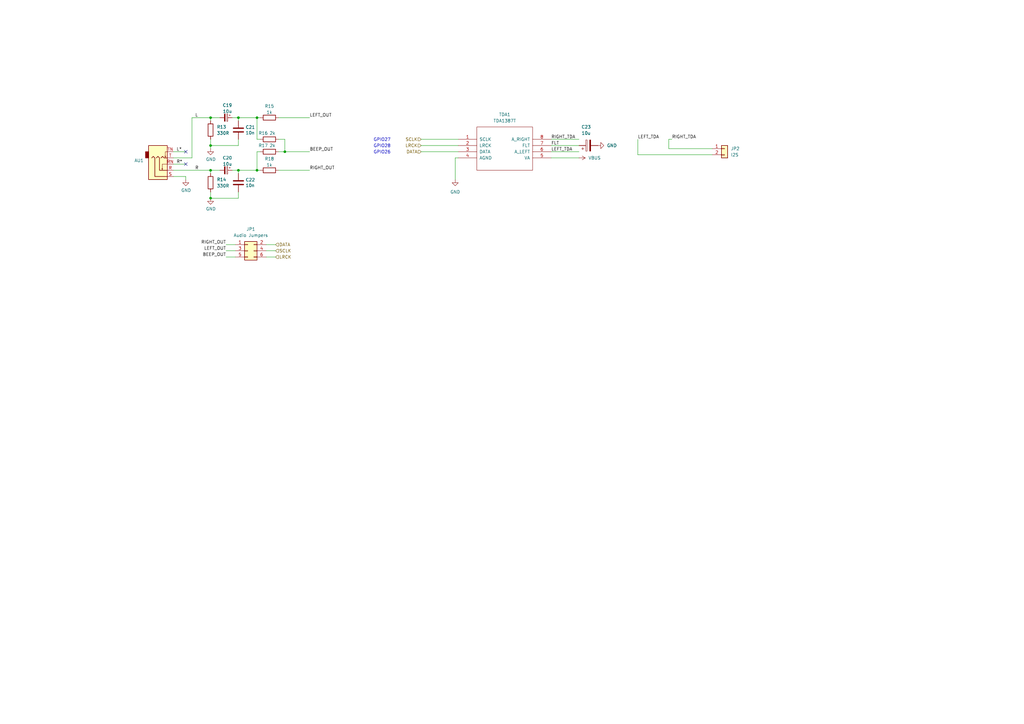
<source format=kicad_sch>
(kicad_sch (version 20231120) (generator "eeschema") (generator_version "8.0")
  (paper "A3")
  (title_block (title "CORE") (date "2024-12-16") (rev "1.0") (company "Mikhail Matveev") (comment 1 "https://github.com/xtremespb/frank2"))
  (lib_symbols
    (symbol "Connector:AudioJack3_SwitchTR"
      (property "Reference" "J" (at 0 8.89 0))
      (property "Value" "AudioJack3_SwitchTR" (at 0 6.35 0))
      (symbol "AudioJack3_SwitchTR_0_1"
        (rectangle (start -5.08 -5.08) (end -6.35 -7.62) (stroke (width 0.254)) (fill (type outline)))
        (polyline (pts (xy 0.508 -0.254) (xy 0.762 -0.762)))
        (polyline (pts (xy 1.778 -5.334) (xy 2.032 -5.842)))
        (polyline (pts (xy 0 -5.08) (xy 0.635 -5.715) (xy 1.27 -5.08) (xy 2.54 -5.08)) (stroke (width 0.254)))
        (polyline (pts (xy 2.54 -7.62) (xy 1.778 -7.62) (xy 1.778 -5.334) (xy 1.524 -5.842)))
        (polyline (pts (xy 2.54 -2.54) (xy 0.508 -2.54) (xy 0.508 -0.254) (xy 0.254 -0.762)))
        (polyline (pts (xy -1.905 -5.08) (xy -1.27 -5.715) (xy -0.635 -5.08) (xy -0.635 0) (xy 2.54 0)) (stroke (width 0.254)))
        (polyline (pts (xy 2.54 2.54) (xy -2.54 2.54) (xy -2.54 -5.08) (xy -3.175 -5.715) (xy -3.81 -5.08)) (stroke (width 0.254)))
        (rectangle (start 2.54 3.81) (end -5.08 -10.16) (stroke (width 0.254)) (fill (type background)))
      )
      (symbol "AudioJack3_SwitchTR_1_1"
        (pin passive line (at 5.08 0 180) (length 2.54) (name "~") (number "R"))
        (pin passive line (at 5.08 -2.54 180) (length 2.54) (name "~") (number "RN"))
        (pin passive line (at 5.08 2.54 180) (length 2.54) (name "~") (number "S"))
        (pin passive line (at 5.08 -5.08 180) (length 2.54) (name "~") (number "T"))
        (pin passive line (at 5.08 -7.62 180) (length 2.54) (name "~") (number "TN"))
      )
    )
    (symbol "Connector_Generic:Conn_01x02" (pin_names (offset 1.016) hide)
      (property "Reference" "J" (at 0 2.54 0))
      (property "Value" "Conn_01x02" (at 0 -5.08 0))
      (symbol "Conn_01x02_1_1"
        (rectangle (start -1.27 -2.413) (end 0 -2.667) (stroke (width 0.1524)))
        (rectangle (start -1.27 0.127) (end 0 -0.127) (stroke (width 0.1524)))
        (rectangle (start -1.27 1.27) (end 1.27 -3.81) (stroke (width 0.254)) (fill (type background)))
        (pin passive line (at -5.08 0 0) (length 3.81) (name "Pin_1") (number "1"))
        (pin passive line (at -5.08 -2.54 0) (length 3.81) (name "Pin_2") (number "2"))
      )
    )
    (symbol "Connector_Generic:Conn_02x03_Odd_Even" (pin_names (offset 1.016) hide)
      (property "Reference" "J" (at 1.27 5.08 0))
      (property "Value" "Conn_02x03_Odd_Even" (at 1.27 -5.08 0))
      (symbol "Conn_02x03_Odd_Even_1_1"
        (rectangle (start -1.27 -2.413) (end 0 -2.667) (stroke (width 0.1524)))
        (rectangle (start -1.27 0.127) (end 0 -0.127) (stroke (width 0.1524)))
        (rectangle (start -1.27 2.667) (end 0 2.413) (stroke (width 0.1524)))
        (rectangle (start -1.27 3.81) (end 3.81 -3.81) (stroke (width 0.254)) (fill (type background)))
        (rectangle (start 3.81 -2.413) (end 2.54 -2.667) (stroke (width 0.1524)))
        (rectangle (start 3.81 0.127) (end 2.54 -0.127) (stroke (width 0.1524)))
        (rectangle (start 3.81 2.667) (end 2.54 2.413) (stroke (width 0.1524)))
        (pin passive line (at -5.08 2.54 0) (length 3.81) (name "Pin_1") (number "1"))
        (pin passive line (at 7.62 2.54 180) (length 3.81) (name "Pin_2") (number "2"))
        (pin passive line (at -5.08 0 0) (length 3.81) (name "Pin_3") (number "3"))
        (pin passive line (at 7.62 0 180) (length 3.81) (name "Pin_4") (number "4"))
        (pin passive line (at -5.08 -2.54 0) (length 3.81) (name "Pin_5") (number "5"))
        (pin passive line (at 7.62 -2.54 180) (length 3.81) (name "Pin_6") (number "6"))
      )
    )
    (symbol "Device:C" (pin_numbers hide) (pin_names (offset 0.254))
      (property "Reference" "C" (at 0.635 2.54 0))
      (property "Value" "C" (at 0.635 -2.54 0))
      (symbol "C_0_1"
        (polyline (pts (xy -2.032 -0.762) (xy 2.032 -0.762)) (stroke (width 0.508)))
        (polyline (pts (xy -2.032 0.762) (xy 2.032 0.762)) (stroke (width 0.508)))
      )
      (symbol "C_1_1"
        (pin passive line (at 0 3.81 270) (length 2.794) (name "~") (number "1"))
        (pin passive line (at 0 -3.81 90) (length 2.794) (name "~") (number "2"))
      )
    )
    (symbol "Device:C_Polarized" (pin_numbers hide) (pin_names (offset 0.254))
      (property "Reference" "C" (at 0.635 2.54 0))
      (property "Value" "C_Polarized" (at 0.635 -2.54 0))
      (symbol "C_Polarized_0_1"
        (rectangle (start -2.286 0.508) (end 2.286 1.016))
        (polyline (pts (xy -1.778 2.286) (xy -0.762 2.286)))
        (polyline (pts (xy -1.27 2.794) (xy -1.27 1.778)))
        (rectangle (start 2.286 -0.508) (end -2.286 -1.016) (fill (type outline)))
      )
      (symbol "C_Polarized_1_1"
        (pin passive line (at 0 3.81 270) (length 2.794) (name "~") (number "1"))
        (pin passive line (at 0 -3.81 90) (length 2.794) (name "~") (number "2"))
      )
    )
    (symbol "Device:C_Polarized_Small" (pin_numbers hide) (pin_names (offset 0.254) hide)
      (property "Reference" "C" (at 0.254 1.778 0))
      (property "Value" "C_Polarized_Small" (at 0.254 -2.032 0))
      (symbol "C_Polarized_Small_0_1"
        (rectangle (start -1.524 -0.3048) (end 1.524 -0.6858) (fill (type outline)))
        (rectangle (start -1.524 0.6858) (end 1.524 0.3048))
        (polyline (pts (xy -1.27 1.524) (xy -0.762 1.524)))
        (polyline (pts (xy -1.016 1.27) (xy -1.016 1.778)))
      )
      (symbol "C_Polarized_Small_1_1"
        (pin passive line (at 0 2.54 270) (length 1.8542) (name "~") (number "1"))
        (pin passive line (at 0 -2.54 90) (length 1.8542) (name "~") (number "2"))
      )
    )
    (symbol "Device:R" (pin_numbers hide) (pin_names (offset 0))
      (property "Reference" "R" (at 2.032 0 90))
      (property "Value" "R" (at 0 0 90))
      (symbol "R_0_1"
        (rectangle (start -1.016 -2.54) (end 1.016 2.54) (stroke (width 0.254)))
      )
      (symbol "R_1_1"
        (pin passive line (at 0 3.81 270) (length 1.27) (name "~") (number "1"))
        (pin passive line (at 0 -3.81 90) (length 1.27) (name "~") (number "2"))
      )
    )
    (symbol "GND_6" (power) (pin_numbers hide) (pin_names (offset 0) hide)
      (property "Value" "GND" (at 0 -3.81 0))
      (symbol "GND_6_0_1"
        (polyline (pts (xy 0 0) (xy 0 -1.27) (xy 1.27 -1.27) (xy 0 -2.54) (xy -1.27 -1.27) (xy 0 -1.27)))
      )
      (symbol "GND_6_1_1"
        (pin power_in line (at 0 0 270) (length 0) (name "~") (number "1"))
      )
    )
    (symbol "TDA1387T:TDA1387T" (pin_names (offset 1.016))
      (property "Reference" "U" (at 0 -2.54 0))
      (property "Value" "TDA1387T" (at 0 2.54 0))
      (symbol "TDA1387T_1_0"
        (rectangle (start -11.43 -8.89) (end 11.43 8.89))
      )
      (symbol "TDA1387T_1_1"
        (pin input line (at -19.05 3.81 0) (length 7.62) (name "SCLK") (number "1"))
        (pin input line (at -19.05 1.27 0) (length 7.62) (name "LRCK") (number "2"))
        (pin input line (at -19.05 -1.27 0) (length 7.62) (name "DATA") (number "3"))
        (pin input line (at -19.05 -3.81 0) (length 7.62) (name "AGND") (number "4"))
        (pin input line (at 19.05 -3.81 180) (length 7.62) (name "VA") (number "5"))
        (pin input line (at 19.05 -1.27 180) (length 7.62) (name "A_LEFT") (number "6"))
        (pin input line (at 19.05 1.27 180) (length 7.62) (name "FLT") (number "7"))
        (pin input line (at 19.05 3.81 180) (length 7.62) (name "A_RIGHT") (number "8"))
      )
    )
    (symbol "power:GND" (power) (pin_names (offset 0))
      (property "Value" "GND" (at 0 -3.81 0))
      (symbol "GND_0_1"
        (polyline (pts (xy 0 0) (xy 0 -1.27) (xy 1.27 -1.27) (xy 0 -2.54) (xy -1.27 -1.27) (xy 0 -1.27)))
      )
      (symbol "GND_1_1"
        (pin power_in line (at 0 0 270) (length 0) hide (name "GND") (number "1"))
      )
    )
    (symbol "power:VBUS" (power) (pin_numbers hide) (pin_names (offset 0) hide)
      (property "Value" "VBUS" (at 0 3.556 0))
      (symbol "VBUS_0_1"
        (polyline (pts (xy -0.762 1.27) (xy 0 2.54)))
        (polyline (pts (xy 0 0) (xy 0 2.54)))
        (polyline (pts (xy 0 2.54) (xy 0.762 1.27)))
      )
      (symbol "VBUS_1_1"
        (pin power_in line (at 0 0 90) (length 0) (name "~") (number "1"))
      )
    )
  )
  (junction (at 86.36 48.26))
  (junction (at 105.41 69.85))
  (junction (at 86.36 59.69))
  (junction (at 116.84 62.23))
  (junction (at 86.36 81.28))
  (junction (at 97.79 69.85))
  (junction (at 86.36 69.85))
  (junction (at 105.41 48.26))
  (junction (at 97.79 48.26))
  (no_connect (at 76.2 62.23))
  (no_connect (at 76.2 67.31))
  (wire (pts (xy 97.79 69.85) (xy 105.41 69.85)))
  (wire (pts (xy 97.79 69.85) (xy 95.25 69.85)))
  (wire (pts (xy 97.79 48.26) (xy 105.41 48.26)))
  (wire (pts (xy 78.74 48.26) (xy 86.36 48.26)))
  (wire (pts (xy 172.72 57.15) (xy 187.96 57.15)))
  (wire (pts (xy 106.68 62.23) (xy 105.41 62.23)))
  (wire (pts (xy 92.71 102.87) (xy 96.52 102.87)))
  (wire (pts (xy 261.62 57.15) (xy 261.62 63.5)))
  (wire (pts (xy 97.79 81.28) (xy 86.36 81.28)))
  (wire (pts (xy 71.12 72.39) (xy 76.2 72.39)))
  (wire (pts (xy 86.36 57.15) (xy 86.36 59.69)))
  (wire (pts (xy 105.41 69.85) (xy 106.68 69.85)))
  (wire (pts (xy 97.79 59.69) (xy 86.36 59.69)))
  (wire (pts (xy 97.79 48.26) (xy 95.25 48.26)))
  (wire (pts (xy 71.12 64.77) (xy 78.74 64.77)))
  (wire (pts (xy 226.06 62.23) (xy 237.49 62.23)))
  (wire (pts (xy 71.12 69.85) (xy 86.36 69.85)))
  (wire (pts (xy 172.72 62.23) (xy 187.96 62.23)))
  (wire (pts (xy 113.03 102.87) (xy 109.22 102.87)))
  (wire (pts (xy 105.41 48.26) (xy 106.68 48.26)))
  (wire (pts (xy 90.17 69.85) (xy 86.36 69.85)))
  (wire (pts (xy 261.62 63.5) (xy 292.1 63.5)))
  (wire (pts (xy 92.71 105.41) (xy 96.52 105.41)))
  (wire (pts (xy 116.84 62.23) (xy 114.3 62.23)))
  (wire (pts (xy 92.71 100.33) (xy 96.52 100.33)))
  (wire (pts (xy 97.79 49.53) (xy 97.79 48.26)))
  (wire (pts (xy 97.79 57.15) (xy 97.79 59.69)))
  (wire (pts (xy 106.68 57.15) (xy 105.41 57.15)))
  (wire (pts (xy 226.06 64.77) (xy 237.49 64.77)))
  (wire (pts (xy 86.36 48.26) (xy 86.36 49.53)))
  (wire (pts (xy 86.36 59.69) (xy 86.36 60.96)))
  (wire (pts (xy 113.03 100.33) (xy 109.22 100.33)))
  (wire (pts (xy 226.06 57.15) (xy 237.49 57.15)))
  (wire (pts (xy 274.32 60.96) (xy 292.1 60.96)))
  (wire (pts (xy 114.3 48.26) (xy 127 48.26)))
  (wire (pts (xy 86.36 69.85) (xy 86.36 71.12)))
  (wire (pts (xy 114.3 57.15) (xy 116.84 57.15)))
  (wire (pts (xy 114.3 69.85) (xy 127 69.85)))
  (wire (pts (xy 226.06 59.69) (xy 237.49 59.69)))
  (wire (pts (xy 113.03 105.41) (xy 109.22 105.41)))
  (wire (pts (xy 78.74 48.26) (xy 78.74 64.77)))
  (wire (pts (xy 86.36 78.74) (xy 86.36 81.28)))
  (wire (pts (xy 116.84 62.23) (xy 127 62.23)))
  (wire (pts (xy 116.84 57.15) (xy 116.84 62.23)))
  (wire (pts (xy 97.79 78.74) (xy 97.79 81.28)))
  (wire (pts (xy 76.2 72.39) (xy 76.2 73.66)))
  (wire (pts (xy 90.17 48.26) (xy 86.36 48.26)))
  (wire (pts (xy 71.12 67.31) (xy 76.2 67.31)))
  (wire (pts (xy 97.79 71.12) (xy 97.79 69.85)))
  (wire (pts (xy 187.96 64.77) (xy 186.69 64.77)))
  (wire (pts (xy 274.32 57.15) (xy 274.32 60.96)))
  (wire (pts (xy 71.12 62.23) (xy 76.2 62.23)))
  (wire (pts (xy 172.72 59.69) (xy 187.96 59.69)))
  (wire (pts (xy 275.59 57.15) (xy 274.32 57.15)))
  (wire (pts (xy 105.41 62.23) (xy 105.41 69.85)))
  (wire (pts (xy 186.69 64.77) (xy 186.69 73.66)))
  (wire (pts (xy 105.41 48.26) (xy 105.41 57.15)))
  (text "GPIO28" (at 156.718 59.944 0) (effects (font (size 1.27 1.27))))
  (text "GPIO26" (at 156.718 62.484 0) (effects (font (size 1.27 1.27))))
  (text "GPIO27" (at 156.718 57.404 0) (effects (font (size 1.27 1.27))))
  (label "LEFT_TDA" (at 261.62 57.15 0))
  (label "LEFT_TDA" (at 226.06 62.23 0))
  (label "L" (at 80.01 48.26 0))
  (label "R" (at 80.01 69.85 0))
  (label "L*" (at 72.39 62.23 0))
  (label "LEFT_OUT" (at 127 48.26 0))
  (label "RIGHT_TDA" (at 275.59 57.15 0))
  (label "BEEP_OUT" (at 127 62.23 0))
  (label "RIGHT_TDA" (at 226.06 57.15 0))
  (label "FLT" (at 226.06 59.69 0))
  (label "R*" (at 72.39 67.31 0))
  (label "RIGHT_OUT" (at 92.71 100.33 180))
  (label "LEFT_OUT" (at 92.71 102.87 180))
  (label "BEEP_OUT" (at 92.71 105.41 180))
  (label "RIGHT_OUT" (at 127 69.85 0))
  (hierarchical_label "LRCK" (shape input) (at 113.03 105.41 0))
  (hierarchical_label "SCLK" (shape input) (at 113.03 102.87 0))
  (hierarchical_label "DATA" (shape input) (at 172.72 62.23 180))
  (hierarchical_label "SCLK" (shape input) (at 172.72 57.15 180))
  (hierarchical_label "DATA" (shape input) (at 113.03 100.33 0))
  (hierarchical_label "LRCK" (shape input) (at 172.72 59.69 180))
  (symbol (lib_id "power:GND") (at 186.69 73.66 0) (unit 1)
    (property "Reference" "#PWR041" (effects (hide yes)))
    (property "Value" "GND" (at 186.69 78.74 0))
    (property "Description" "Power symbol creates a global label with name \"GND\" , ground" (effects (hide yes)))
  )
  (symbol (lib_id "Device:R") (at 110.49 57.15 90) (unit 1)
    (property "Reference" "R16" (at 107.95 54.61 90))
    (property "Value" "2k" (at 111.76 54.61 90))
    (property "Footprint" "LIBS:Medved_R_0805" (effects (hide yes)))
  )
  (symbol (lib_id "Device:C_Polarized_Small") (at 92.71 69.85 270) (unit 1)
    (property "Reference" "C20" (at 93.2561 64.7532 90))
    (property "Value" "10u" (at 93.2561 67.2901 90))
    (property "Footprint" "LIBS:Medved_CP_Radial_D5.0mm_P2.50mm" (effects (hide yes)))
  )
  (symbol (lib_id "Device:C_Polarized") (at 241.3 59.69 90) (unit 1)
    (property "Reference" "C23" (at 240.411 52.07 90))
    (property "Value" "10u" (at 240.411 54.61 90))
    (property "Footprint" "LIBS:Medved_CP_Radial_D5.0mm_P2.50mm" (effects (hide yes)))
    (property "Description" "Polarized capacitor" (effects (hide yes)))
  )
  (symbol (lib_id "Device:R") (at 110.49 69.85 90) (unit 1)
    (property "Reference" "R18" (at 110.49 65.1342 90))
    (property "Value" "1k" (at 110.49 67.6711 90))
    (property "Footprint" "LIBS:Medved_R_0805" (effects (hide yes)))
  )
  (symbol (lib_id "Device:R") (at 86.36 74.93 0) (unit 1)
    (property "Reference" "R14" (at 88.9 73.6599 0) (effects (justify left)))
    (property "Value" "330R" (at 88.9 76.1999 0) (effects (justify left)))
    (property "Footprint" "LIBS:Medved_R_0805" (effects (hide yes)))
  )
  (symbol (lib_id "Device:R") (at 110.49 62.23 90) (unit 1)
    (property "Reference" "R17" (at 107.95 59.69 90))
    (property "Value" "2k" (at 111.76 59.69 90))
    (property "Footprint" "LIBS:Medved_R_0805" (effects (hide yes)))
  )
  (symbol (lib_id "power:GND") (at 86.36 60.96 0) (unit 1)
    (property "Reference" "#PWR039" (effects (hide yes)))
    (property "Value" "GND" (at 86.487 65.3542 0))
  )
  (symbol (lib_id "Device:R") (at 110.49 48.26 90) (unit 1)
    (property "Reference" "R15" (at 110.49 43.5442 90))
    (property "Value" "1k" (at 110.49 46.0811 90))
    (property "Footprint" "LIBS:Medved_R_0805" (effects (hide yes)))
  )
  (symbol (lib_id "TDA1387T:TDA1387T") (at 207.01 60.96 0) (unit 1)
    (property "Reference" "TDA1" (at 207.01 46.99 0))
    (property "Value" "TDA1387T" (at 207.01 49.53 0))
    (property "Footprint" "Package_SO:SO-8_5.3x6.2mm_P1.27mm" (effects (hide yes)))
    (property "Datasheet" "DOCUMENTATION" (effects (hide yes)))
  )
  (symbol (lib_name "GND_6") (lib_id "power:GND") (at 245.11 59.69 90) (unit 1)
    (property "Reference" "#PWR043" (effects (hide yes)))
    (property "Value" "GND" (at 248.92 59.6899 90) (effects (justify right)))
    (property "Description" "Power symbol creates a global label with name \"GND\" , ground" (effects (hide yes)))
  )
  (symbol (lib_id "Connector:AudioJack3_SwitchTR") (at 66.04 69.85 0) (mirror x) (unit 1)
    (property "Reference" "AU1" (at 58.9281 65.8403 0) (effects (justify right)))
    (property "Value" "AUDIO OUT" (effects (hide yes)))
    (property "Footprint" "LIBS:Medved_Jack_3.5mm_CUI_SJ1-3535NG_Horizontal" (effects (hide yes)))
  )
  (symbol (lib_id "Connector_Generic:Conn_02x03_Odd_Even") (at 101.6 102.87 0) (unit 1)
    (property "Reference" "JP1" (at 102.87 93.98 0))
    (property "Value" "Audio Jumpers" (at 102.87 96.52 0))
    (property "Footprint" "LIBS:Medved_JMP_2x03" (effects (hide yes)))
    (property "Description" "Generic connector, double row, 02x03, odd/even pin numbering scheme (row 1 odd numbers, row 2 even numbers), script generated (kicad-library-utils/schlib/autogen/connector/)" (effects (hide yes)))
  )
  (symbol (lib_id "power:VBUS") (at 237.49 64.77 270) (unit 1)
    (property "Reference" "#PWR042" (effects (hide yes)))
    (property "Value" "VBUS" (at 241.3 64.7699 90) (effects (justify left)))
    (property "Description" "Power symbol creates a global label with name \"VBUS\"" (effects (hide yes)))
  )
  (symbol (lib_id "Connector_Generic:Conn_01x02") (at 297.18 60.96 0) (unit 1)
    (property "Reference" "JP2" (at 299.72 60.9599 0) (effects (justify left)))
    (property "Value" "I2S" (at 299.72 63.4999 0) (effects (justify left)))
    (property "Footprint" "LIBS:Medved_PinHeader_1x02" (effects (hide yes)))
    (property "Description" "Generic connector, single row, 01x02, script generated (kicad-library-utils/schlib/autogen/connector/)" (effects (hide yes)))
  )
  (symbol (lib_id "Device:C") (at 97.79 74.93 0) (unit 1)
    (property "Reference" "C22" (at 100.711 73.7616 0) (effects (justify left)))
    (property "Value" "10n" (at 100.711 76.073 0) (effects (justify left)))
    (property "Footprint" "LIBS:Medved_C_0805" (effects (hide yes)))
  )
  (symbol (lib_id "Device:C") (at 97.79 53.34 0) (unit 1)
    (property "Reference" "C21" (at 100.711 52.1716 0) (effects (justify left)))
    (property "Value" "10n" (at 100.711 54.483 0) (effects (justify left)))
    (property "Footprint" "LIBS:Medved_C_0805" (effects (hide yes)))
  )
  (symbol (lib_id "Device:C_Polarized_Small") (at 92.71 48.26 270) (unit 1)
    (property "Reference" "C19" (at 93.2561 43.1632 90))
    (property "Value" "10u" (at 93.2561 45.7001 90))
    (property "Footprint" "LIBS:Medved_CP_Radial_D5.0mm_P2.50mm" (effects (hide yes)))
  )
  (symbol (lib_id "power:GND") (at 86.36 81.28 0) (unit 1)
    (property "Reference" "#PWR040" (effects (hide yes)))
    (property "Value" "GND" (at 86.487 85.6742 0))
  )
  (symbol (lib_id "Device:R") (at 86.36 53.34 0) (unit 1)
    (property "Reference" "R13" (at 88.9 52.0699 0) (effects (justify left)))
    (property "Value" "330R" (at 88.9 54.6099 0) (effects (justify left)))
    (property "Footprint" "LIBS:Medved_R_0805" (effects (hide yes)))
  )
  (symbol (lib_id "power:GND") (at 76.2 73.66 0) (unit 1)
    (property "Reference" "#PWR038" (effects (hide yes)))
    (property "Value" "GND" (at 76.327 78.0542 0))
  )
)
</source>
